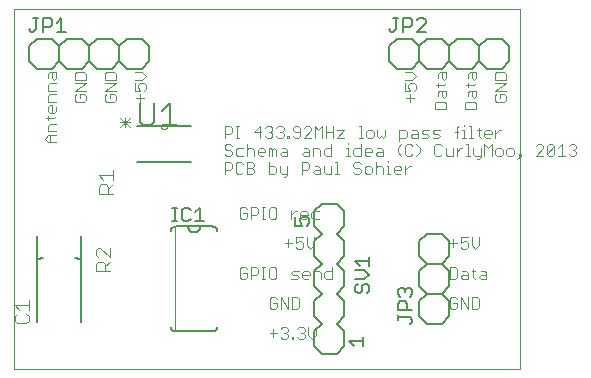
<source format=gto>
G75*
G70*
%OFA0B0*%
%FSLAX24Y24*%
%IPPOS*%
%LPD*%
%AMOC8*
5,1,8,0,0,1.08239X$1,22.5*
%
%ADD10C,0.0000*%
%ADD11C,0.0030*%
%ADD12C,0.0060*%
%ADD13C,0.0020*%
%ADD14C,0.0050*%
%ADD15C,0.0040*%
%ADD16C,0.0080*%
D10*
X000267Y000150D02*
X000267Y012146D01*
X017137Y012146D01*
X017137Y000150D01*
X000267Y000150D01*
X005147Y008260D02*
X005149Y008239D01*
X005154Y008219D01*
X005163Y008200D01*
X005175Y008183D01*
X005190Y008168D01*
X005207Y008156D01*
X005226Y008147D01*
X005246Y008142D01*
X005267Y008140D01*
X005288Y008142D01*
X005308Y008147D01*
X005327Y008156D01*
X005344Y008168D01*
X005359Y008183D01*
X005371Y008200D01*
X005380Y008219D01*
X005385Y008239D01*
X005387Y008260D01*
D11*
X004467Y009060D02*
X004467Y009307D01*
X004467Y009428D02*
X004281Y009428D01*
X004281Y009675D01*
X004281Y009797D02*
X004528Y009797D01*
X004652Y009920D01*
X004528Y010044D01*
X004281Y010044D01*
X004467Y009675D02*
X004590Y009675D01*
X004652Y009614D01*
X004652Y009490D01*
X004590Y009428D01*
X004467Y009428D02*
X004405Y009552D01*
X004405Y009614D01*
X004467Y009675D01*
X004343Y009183D02*
X004590Y009183D01*
X004115Y008527D02*
X003802Y008213D01*
X003958Y008213D02*
X003958Y008527D01*
X003802Y008527D02*
X004115Y008213D01*
X004115Y008370D02*
X003802Y008370D01*
X003590Y009060D02*
X003343Y009060D01*
X003281Y009122D01*
X003281Y009245D01*
X003343Y009307D01*
X003467Y009307D02*
X003467Y009183D01*
X003467Y009307D02*
X003590Y009307D01*
X003652Y009245D01*
X003652Y009122D01*
X003590Y009060D01*
X003652Y009428D02*
X003281Y009428D01*
X003652Y009675D01*
X003281Y009675D01*
X003281Y009797D02*
X003281Y009982D01*
X003343Y010044D01*
X003590Y010044D01*
X003652Y009982D01*
X003652Y009797D01*
X003281Y009797D01*
X002652Y009797D02*
X002652Y009982D01*
X002590Y010044D01*
X002343Y010044D01*
X002281Y009982D01*
X002281Y009797D01*
X002652Y009797D01*
X002652Y009675D02*
X002281Y009675D01*
X002281Y009428D02*
X002652Y009675D01*
X002652Y009428D02*
X002281Y009428D01*
X002343Y009307D02*
X002281Y009245D01*
X002281Y009122D01*
X002343Y009060D01*
X002590Y009060D01*
X002652Y009122D01*
X002652Y009245D01*
X002590Y009307D01*
X002467Y009307D01*
X002467Y009183D01*
X001652Y009060D02*
X001405Y009060D01*
X001405Y009245D01*
X001467Y009307D01*
X001652Y009307D01*
X001652Y009428D02*
X001405Y009428D01*
X001405Y009614D01*
X001467Y009675D01*
X001652Y009675D01*
X001590Y009797D02*
X001528Y009858D01*
X001528Y010044D01*
X001467Y010044D02*
X001652Y010044D01*
X001652Y009858D01*
X001590Y009797D01*
X001405Y009858D02*
X001405Y009982D01*
X001467Y010044D01*
X001467Y008939D02*
X001528Y008939D01*
X001528Y008692D01*
X001467Y008692D02*
X001405Y008753D01*
X001405Y008877D01*
X001467Y008939D01*
X001652Y008877D02*
X001652Y008753D01*
X001590Y008692D01*
X001467Y008692D01*
X001405Y008570D02*
X001405Y008446D01*
X001343Y008508D02*
X001590Y008508D01*
X001652Y008570D01*
X001652Y008325D02*
X001467Y008325D01*
X001405Y008263D01*
X001405Y008078D01*
X001652Y008078D01*
X001652Y007956D02*
X001405Y007956D01*
X001281Y007833D01*
X001405Y007710D01*
X001652Y007710D01*
X001467Y007710D02*
X001467Y007956D01*
X007282Y007988D02*
X007467Y007988D01*
X007529Y008050D01*
X007529Y008174D01*
X007467Y008235D01*
X007282Y008235D01*
X007282Y007865D01*
X007343Y007635D02*
X007282Y007574D01*
X007282Y007512D01*
X007343Y007450D01*
X007467Y007450D01*
X007529Y007388D01*
X007529Y007327D01*
X007467Y007265D01*
X007343Y007265D01*
X007282Y007327D01*
X007282Y007035D02*
X007467Y007035D01*
X007529Y006974D01*
X007529Y006850D01*
X007467Y006788D01*
X007282Y006788D01*
X007282Y006665D02*
X007282Y007035D01*
X007650Y006974D02*
X007650Y006727D01*
X007712Y006665D01*
X007835Y006665D01*
X007897Y006727D01*
X008018Y006665D02*
X008203Y006665D01*
X008265Y006727D01*
X008265Y006788D01*
X008203Y006850D01*
X008018Y006850D01*
X007897Y006974D02*
X007835Y007035D01*
X007712Y007035D01*
X007650Y006974D01*
X007712Y007265D02*
X007650Y007327D01*
X007650Y007450D01*
X007712Y007512D01*
X007897Y007512D01*
X008018Y007450D02*
X008080Y007512D01*
X008203Y007512D01*
X008265Y007450D01*
X008265Y007265D01*
X008387Y007327D02*
X008387Y007450D01*
X008448Y007512D01*
X008572Y007512D01*
X008633Y007450D01*
X008633Y007388D01*
X008387Y007388D01*
X008387Y007327D02*
X008448Y007265D01*
X008572Y007265D01*
X008755Y007265D02*
X008755Y007512D01*
X008817Y007512D01*
X008878Y007450D01*
X008940Y007512D01*
X009002Y007450D01*
X009002Y007265D01*
X008878Y007265D02*
X008878Y007450D01*
X009123Y007327D02*
X009185Y007388D01*
X009370Y007388D01*
X009370Y007450D02*
X009370Y007265D01*
X009185Y007265D01*
X009123Y007327D01*
X009308Y007512D02*
X009370Y007450D01*
X009308Y007512D02*
X009185Y007512D01*
X009186Y007865D02*
X009062Y007865D01*
X009000Y007927D01*
X008879Y007927D02*
X008817Y007865D01*
X008694Y007865D01*
X008632Y007927D01*
X008511Y008050D02*
X008264Y008050D01*
X008449Y008235D01*
X008449Y007865D01*
X008756Y008050D02*
X008817Y008050D01*
X008879Y007988D01*
X008879Y007927D01*
X008817Y008050D02*
X008879Y008112D01*
X008879Y008174D01*
X008817Y008235D01*
X008694Y008235D01*
X008632Y008174D01*
X009000Y008174D02*
X009062Y008235D01*
X009186Y008235D01*
X009247Y008174D01*
X009247Y008112D01*
X009186Y008050D01*
X009247Y007988D01*
X009247Y007927D01*
X009186Y007865D01*
X009369Y007865D02*
X009369Y007927D01*
X009430Y007927D01*
X009430Y007865D01*
X009369Y007865D01*
X009553Y007927D02*
X009615Y007865D01*
X009738Y007865D01*
X009800Y007927D01*
X009800Y008174D01*
X009738Y008235D01*
X009615Y008235D01*
X009553Y008174D01*
X009553Y008112D01*
X009615Y008050D01*
X009800Y008050D01*
X009921Y008174D02*
X009983Y008235D01*
X010106Y008235D01*
X010168Y008174D01*
X010168Y008112D01*
X009921Y007865D01*
X010168Y007865D01*
X010290Y007865D02*
X010290Y008235D01*
X010413Y008112D01*
X010536Y008235D01*
X010536Y007865D01*
X010658Y007865D02*
X010658Y008235D01*
X010658Y008050D02*
X010905Y008050D01*
X011026Y008112D02*
X011273Y008112D01*
X011026Y007865D01*
X011273Y007865D01*
X011395Y007697D02*
X011395Y007635D01*
X011395Y007512D02*
X011395Y007265D01*
X011333Y007265D02*
X011457Y007265D01*
X011579Y007327D02*
X011579Y007450D01*
X011640Y007512D01*
X011826Y007512D01*
X011826Y007635D02*
X011826Y007265D01*
X011640Y007265D01*
X011579Y007327D01*
X011395Y007512D02*
X011333Y007512D01*
X011763Y007865D02*
X011886Y007865D01*
X011825Y007865D02*
X011825Y008235D01*
X011763Y008235D01*
X012008Y008050D02*
X012008Y007927D01*
X012070Y007865D01*
X012194Y007865D01*
X012255Y007927D01*
X012255Y008050D01*
X012194Y008112D01*
X012070Y008112D01*
X012008Y008050D01*
X012377Y008112D02*
X012377Y007927D01*
X012438Y007865D01*
X012500Y007927D01*
X012562Y007865D01*
X012624Y007927D01*
X012624Y008112D01*
X013113Y008112D02*
X013113Y007742D01*
X013113Y007865D02*
X013298Y007865D01*
X013360Y007927D01*
X013360Y008050D01*
X013298Y008112D01*
X013113Y008112D01*
X013482Y007927D02*
X013543Y007865D01*
X013729Y007865D01*
X013729Y008050D01*
X013667Y008112D01*
X013543Y008112D01*
X013543Y007988D02*
X013729Y007988D01*
X013850Y008050D02*
X013912Y008112D01*
X014097Y008112D01*
X014218Y008050D02*
X014280Y007988D01*
X014403Y007988D01*
X014465Y007927D01*
X014403Y007865D01*
X014218Y007865D01*
X014097Y007927D02*
X014035Y007988D01*
X013912Y007988D01*
X013850Y008050D01*
X014035Y007865D02*
X014097Y007927D01*
X014035Y007865D02*
X013850Y007865D01*
X013666Y007635D02*
X013789Y007512D01*
X013789Y007388D01*
X013666Y007265D01*
X013544Y007327D02*
X013483Y007265D01*
X013359Y007265D01*
X013297Y007327D01*
X013297Y007574D01*
X013359Y007635D01*
X013483Y007635D01*
X013544Y007574D01*
X013175Y007635D02*
X013052Y007512D01*
X013052Y007388D01*
X013175Y007265D01*
X012745Y007097D02*
X012745Y007035D01*
X012745Y006912D02*
X012684Y006912D01*
X012745Y006912D02*
X012745Y006665D01*
X012684Y006665D02*
X012807Y006665D01*
X012929Y006727D02*
X012929Y006850D01*
X012991Y006912D01*
X013114Y006912D01*
X013176Y006850D01*
X013176Y006788D01*
X012929Y006788D01*
X012929Y006727D02*
X012991Y006665D01*
X013114Y006665D01*
X013297Y006665D02*
X013297Y006912D01*
X013297Y006788D02*
X013421Y006912D01*
X013483Y006912D01*
X014280Y007327D02*
X014341Y007265D01*
X014465Y007265D01*
X014527Y007327D01*
X014648Y007327D02*
X014710Y007265D01*
X014895Y007265D01*
X014895Y007512D01*
X015016Y007512D02*
X015016Y007265D01*
X015016Y007388D02*
X015140Y007512D01*
X015201Y007512D01*
X015323Y007635D02*
X015385Y007635D01*
X015385Y007265D01*
X015323Y007265D02*
X015447Y007265D01*
X015569Y007327D02*
X015630Y007265D01*
X015816Y007265D01*
X015816Y007203D02*
X015754Y007142D01*
X015692Y007142D01*
X015816Y007203D02*
X015816Y007512D01*
X015937Y007635D02*
X016060Y007512D01*
X016184Y007635D01*
X016184Y007265D01*
X016305Y007327D02*
X016305Y007450D01*
X016367Y007512D01*
X016491Y007512D01*
X016552Y007450D01*
X016552Y007327D01*
X016491Y007265D01*
X016367Y007265D01*
X016305Y007327D01*
X016674Y007327D02*
X016735Y007265D01*
X016859Y007265D01*
X016921Y007327D01*
X016921Y007450D01*
X016859Y007512D01*
X016735Y007512D01*
X016674Y007450D01*
X016674Y007327D01*
X017042Y007142D02*
X017165Y007265D01*
X017104Y007265D01*
X017104Y007327D01*
X017165Y007327D01*
X017165Y007265D01*
X017656Y007265D02*
X017903Y007512D01*
X017903Y007574D01*
X017841Y007635D01*
X017718Y007635D01*
X017656Y007574D01*
X018024Y007574D02*
X018086Y007635D01*
X018209Y007635D01*
X018271Y007574D01*
X018024Y007327D01*
X018086Y007265D01*
X018209Y007265D01*
X018271Y007327D01*
X018271Y007574D01*
X018392Y007512D02*
X018516Y007635D01*
X018516Y007265D01*
X018639Y007265D02*
X018392Y007265D01*
X018024Y007327D02*
X018024Y007574D01*
X018761Y007574D02*
X018823Y007635D01*
X018946Y007635D01*
X019008Y007574D01*
X019008Y007512D01*
X018946Y007450D01*
X019008Y007388D01*
X019008Y007327D01*
X018946Y007265D01*
X018823Y007265D01*
X018761Y007327D01*
X018884Y007450D02*
X018946Y007450D01*
X017903Y007265D02*
X017656Y007265D01*
X016491Y008112D02*
X016429Y008112D01*
X016305Y007988D01*
X016184Y007988D02*
X016184Y008050D01*
X016122Y008112D01*
X015999Y008112D01*
X015937Y008050D01*
X015937Y007927D01*
X015999Y007865D01*
X016122Y007865D01*
X016184Y007988D02*
X015937Y007988D01*
X015815Y007865D02*
X015753Y007927D01*
X015753Y008174D01*
X015692Y008112D02*
X015815Y008112D01*
X015508Y008235D02*
X015508Y007865D01*
X015569Y007865D02*
X015446Y007865D01*
X015324Y007865D02*
X015200Y007865D01*
X015262Y007865D02*
X015262Y008112D01*
X015200Y008112D01*
X015078Y008050D02*
X014955Y008050D01*
X015017Y008174D02*
X015078Y008235D01*
X015017Y008174D02*
X015017Y007865D01*
X014648Y007512D02*
X014648Y007327D01*
X014527Y007574D02*
X014465Y007635D01*
X014341Y007635D01*
X014280Y007574D01*
X014280Y007327D01*
X013543Y007988D02*
X013482Y007927D01*
X014218Y008050D02*
X014280Y008112D01*
X014465Y008112D01*
X015262Y008235D02*
X015262Y008297D01*
X015446Y008235D02*
X015508Y008235D01*
X015937Y007635D02*
X015937Y007265D01*
X015569Y007327D02*
X015569Y007512D01*
X016305Y007865D02*
X016305Y008112D01*
X015652Y008815D02*
X015281Y008815D01*
X015281Y009000D01*
X015343Y009061D01*
X015590Y009061D01*
X015652Y009000D01*
X015652Y008815D01*
X015590Y009183D02*
X015528Y009245D01*
X015528Y009430D01*
X015467Y009430D02*
X015652Y009430D01*
X015652Y009245D01*
X015590Y009183D01*
X015405Y009245D02*
X015405Y009368D01*
X015467Y009430D01*
X015405Y009551D02*
X015405Y009675D01*
X015343Y009613D02*
X015590Y009613D01*
X015652Y009675D01*
X015590Y009797D02*
X015528Y009858D01*
X015528Y010044D01*
X015467Y010044D02*
X015652Y010044D01*
X015652Y009858D01*
X015590Y009797D01*
X015405Y009858D02*
X015405Y009982D01*
X015467Y010044D01*
X014652Y010044D02*
X014652Y009858D01*
X014590Y009797D01*
X014528Y009858D01*
X014528Y010044D01*
X014467Y010044D02*
X014652Y010044D01*
X014467Y010044D02*
X014405Y009982D01*
X014405Y009858D01*
X014405Y009675D02*
X014405Y009551D01*
X014343Y009613D02*
X014590Y009613D01*
X014652Y009675D01*
X014652Y009430D02*
X014467Y009430D01*
X014405Y009368D01*
X014405Y009245D01*
X014528Y009245D02*
X014590Y009183D01*
X014652Y009245D01*
X014652Y009430D01*
X014528Y009430D02*
X014528Y009245D01*
X014590Y009061D02*
X014343Y009061D01*
X014281Y009000D01*
X014281Y008815D01*
X014652Y008815D01*
X014652Y009000D01*
X014590Y009061D01*
X013590Y009183D02*
X013343Y009183D01*
X013467Y009060D02*
X013467Y009307D01*
X013467Y009428D02*
X013281Y009428D01*
X013281Y009675D01*
X013281Y009797D02*
X013528Y009797D01*
X013652Y009920D01*
X013528Y010044D01*
X013281Y010044D01*
X013467Y009675D02*
X013405Y009614D01*
X013405Y009552D01*
X013467Y009428D01*
X013590Y009428D02*
X013652Y009490D01*
X013652Y009614D01*
X013590Y009675D01*
X013467Y009675D01*
X010905Y008235D02*
X010905Y007865D01*
X010843Y007635D02*
X010843Y007265D01*
X010658Y007265D01*
X010596Y007327D01*
X010596Y007450D01*
X010658Y007512D01*
X010843Y007512D01*
X010475Y007450D02*
X010475Y007265D01*
X010475Y007450D02*
X010413Y007512D01*
X010228Y007512D01*
X010228Y007265D01*
X010107Y007265D02*
X009922Y007265D01*
X009860Y007327D01*
X009922Y007388D01*
X010107Y007388D01*
X010107Y007450D02*
X010107Y007265D01*
X010107Y007450D02*
X010045Y007512D01*
X009922Y007512D01*
X009860Y007035D02*
X010045Y007035D01*
X010107Y006974D01*
X010107Y006850D01*
X010045Y006788D01*
X009860Y006788D01*
X009860Y006665D02*
X009860Y007035D01*
X010290Y006912D02*
X010413Y006912D01*
X010475Y006850D01*
X010475Y006665D01*
X010290Y006665D01*
X010228Y006727D01*
X010290Y006788D01*
X010475Y006788D01*
X010596Y006727D02*
X010658Y006665D01*
X010843Y006665D01*
X010843Y006912D01*
X010965Y007035D02*
X011027Y007035D01*
X011027Y006665D01*
X011088Y006665D02*
X010965Y006665D01*
X010596Y006727D02*
X010596Y006912D01*
X011579Y006912D02*
X011640Y006850D01*
X011764Y006850D01*
X011826Y006788D01*
X011826Y006727D01*
X011764Y006665D01*
X011640Y006665D01*
X011579Y006727D01*
X011579Y006912D02*
X011579Y006974D01*
X011640Y007035D01*
X011764Y007035D01*
X011826Y006974D01*
X011947Y006850D02*
X011947Y006727D01*
X012009Y006665D01*
X012132Y006665D01*
X012194Y006727D01*
X012194Y006850D01*
X012132Y006912D01*
X012009Y006912D01*
X011947Y006850D01*
X012315Y006850D02*
X012377Y006912D01*
X012500Y006912D01*
X012562Y006850D01*
X012562Y006665D01*
X012315Y006665D02*
X012315Y007035D01*
X012377Y007265D02*
X012315Y007327D01*
X012377Y007388D01*
X012562Y007388D01*
X012562Y007450D02*
X012562Y007265D01*
X012377Y007265D01*
X012194Y007388D02*
X011947Y007388D01*
X011947Y007327D02*
X011947Y007450D01*
X012009Y007512D01*
X012132Y007512D01*
X012194Y007450D01*
X012194Y007388D01*
X012132Y007265D02*
X012009Y007265D01*
X011947Y007327D01*
X012377Y007512D02*
X012500Y007512D01*
X012562Y007450D01*
X010423Y005412D02*
X010237Y005412D01*
X010176Y005350D01*
X010176Y005227D01*
X010237Y005165D01*
X010423Y005165D01*
X010054Y005288D02*
X010054Y005350D01*
X009993Y005412D01*
X009869Y005412D01*
X009807Y005350D01*
X009807Y005227D01*
X009869Y005165D01*
X009993Y005165D01*
X010054Y005288D02*
X009807Y005288D01*
X009686Y005412D02*
X009624Y005412D01*
X009500Y005288D01*
X009500Y005165D02*
X009500Y005412D01*
X009011Y005474D02*
X009011Y005227D01*
X008949Y005165D01*
X008826Y005165D01*
X008764Y005227D01*
X008764Y005474D01*
X008826Y005535D01*
X008949Y005535D01*
X009011Y005474D01*
X008642Y005535D02*
X008518Y005535D01*
X008580Y005535D02*
X008580Y005165D01*
X008518Y005165D02*
X008642Y005165D01*
X008397Y005350D02*
X008335Y005288D01*
X008150Y005288D01*
X008150Y005165D02*
X008150Y005535D01*
X008335Y005535D01*
X008397Y005474D01*
X008397Y005350D01*
X008029Y005350D02*
X008029Y005227D01*
X007967Y005165D01*
X007843Y005165D01*
X007782Y005227D01*
X007782Y005474D01*
X007843Y005535D01*
X007967Y005535D01*
X008029Y005474D01*
X008029Y005350D02*
X007905Y005350D01*
X009282Y004350D02*
X009529Y004350D01*
X009650Y004350D02*
X009650Y004535D01*
X009897Y004535D01*
X010018Y004535D02*
X010018Y004288D01*
X010142Y004165D01*
X010265Y004288D01*
X010265Y004535D01*
X009897Y004350D02*
X009897Y004227D01*
X009835Y004165D01*
X009712Y004165D01*
X009650Y004227D01*
X009650Y004350D02*
X009773Y004412D01*
X009835Y004412D01*
X009897Y004350D01*
X009405Y004474D02*
X009405Y004227D01*
X008949Y003535D02*
X008826Y003535D01*
X008764Y003474D01*
X008764Y003227D01*
X008826Y003165D01*
X008949Y003165D01*
X009011Y003227D01*
X009011Y003474D01*
X008949Y003535D01*
X008642Y003535D02*
X008518Y003535D01*
X008580Y003535D02*
X008580Y003165D01*
X008518Y003165D02*
X008642Y003165D01*
X008397Y003350D02*
X008335Y003288D01*
X008150Y003288D01*
X008150Y003165D02*
X008150Y003535D01*
X008335Y003535D01*
X008397Y003474D01*
X008397Y003350D01*
X008029Y003350D02*
X008029Y003227D01*
X007967Y003165D01*
X007843Y003165D01*
X007782Y003227D01*
X007782Y003474D01*
X007843Y003535D01*
X007967Y003535D01*
X008029Y003474D01*
X008029Y003350D02*
X007905Y003350D01*
X008782Y002474D02*
X008782Y002227D01*
X008843Y002165D01*
X008967Y002165D01*
X009029Y002227D01*
X009029Y002350D01*
X008905Y002350D01*
X008782Y002474D02*
X008843Y002535D01*
X008967Y002535D01*
X009029Y002474D01*
X009150Y002535D02*
X009397Y002165D01*
X009397Y002535D01*
X009518Y002535D02*
X009703Y002535D01*
X009765Y002474D01*
X009765Y002227D01*
X009703Y002165D01*
X009518Y002165D01*
X009518Y002535D01*
X009150Y002535D02*
X009150Y002165D01*
X009212Y001535D02*
X009335Y001535D01*
X009397Y001474D01*
X009397Y001412D01*
X009335Y001350D01*
X009397Y001288D01*
X009397Y001227D01*
X009335Y001165D01*
X009212Y001165D01*
X009150Y001227D01*
X009029Y001350D02*
X008782Y001350D01*
X008905Y001227D02*
X008905Y001474D01*
X009150Y001474D02*
X009212Y001535D01*
X009273Y001350D02*
X009335Y001350D01*
X009518Y001227D02*
X009580Y001227D01*
X009580Y001165D01*
X009518Y001165D01*
X009518Y001227D01*
X009702Y001227D02*
X009764Y001165D01*
X009888Y001165D01*
X009949Y001227D01*
X009949Y001288D01*
X009888Y001350D01*
X009826Y001350D01*
X009888Y001350D02*
X009949Y001412D01*
X009949Y001474D01*
X009888Y001535D01*
X009764Y001535D01*
X009702Y001474D01*
X010071Y001535D02*
X010071Y001288D01*
X010194Y001165D01*
X010318Y001288D01*
X010318Y001535D01*
X010237Y003165D02*
X010237Y003412D01*
X010422Y003412D01*
X010484Y003350D01*
X010484Y003165D01*
X010605Y003227D02*
X010605Y003350D01*
X010667Y003412D01*
X010852Y003412D01*
X010852Y003535D02*
X010852Y003165D01*
X010667Y003165D01*
X010605Y003227D01*
X010116Y003288D02*
X009869Y003288D01*
X009869Y003227D02*
X009869Y003350D01*
X009930Y003412D01*
X010054Y003412D01*
X010116Y003350D01*
X010116Y003288D01*
X010054Y003165D02*
X009930Y003165D01*
X009869Y003227D01*
X009747Y003227D02*
X009686Y003165D01*
X009500Y003165D01*
X009562Y003288D02*
X009500Y003350D01*
X009562Y003412D01*
X009747Y003412D01*
X009686Y003288D02*
X009562Y003288D01*
X009686Y003288D02*
X009747Y003227D01*
X009308Y006542D02*
X009247Y006542D01*
X009308Y006542D02*
X009370Y006603D01*
X009370Y006912D01*
X009123Y006912D02*
X009123Y006727D01*
X009185Y006665D01*
X009370Y006665D01*
X009002Y006727D02*
X009002Y006850D01*
X008940Y006912D01*
X008755Y006912D01*
X008755Y007035D02*
X008755Y006665D01*
X008940Y006665D01*
X009002Y006727D01*
X008265Y006912D02*
X008203Y006850D01*
X008265Y006912D02*
X008265Y006974D01*
X008203Y007035D01*
X008018Y007035D01*
X008018Y006665D01*
X008018Y007265D02*
X008018Y007635D01*
X007773Y007865D02*
X007650Y007865D01*
X007712Y007865D02*
X007712Y008235D01*
X007773Y008235D02*
X007650Y008235D01*
X007467Y007635D02*
X007343Y007635D01*
X007467Y007635D02*
X007529Y007574D01*
X007712Y007265D02*
X007897Y007265D01*
X009124Y008050D02*
X009186Y008050D01*
X014782Y004350D02*
X015029Y004350D01*
X015150Y004350D02*
X015273Y004412D01*
X015335Y004412D01*
X015397Y004350D01*
X015397Y004227D01*
X015335Y004165D01*
X015212Y004165D01*
X015150Y004227D01*
X015150Y004350D02*
X015150Y004535D01*
X015397Y004535D01*
X015518Y004535D02*
X015518Y004288D01*
X015642Y004165D01*
X015765Y004288D01*
X015765Y004535D01*
X014905Y004474D02*
X014905Y004227D01*
X014967Y003535D02*
X014782Y003535D01*
X014782Y003165D01*
X014967Y003165D01*
X015029Y003227D01*
X015029Y003474D01*
X014967Y003535D01*
X015212Y003412D02*
X015335Y003412D01*
X015397Y003350D01*
X015397Y003165D01*
X015212Y003165D01*
X015150Y003227D01*
X015212Y003288D01*
X015397Y003288D01*
X015518Y003412D02*
X015642Y003412D01*
X015580Y003474D02*
X015580Y003227D01*
X015642Y003165D01*
X015764Y003227D02*
X015826Y003288D01*
X016011Y003288D01*
X016011Y003350D02*
X016011Y003165D01*
X015826Y003165D01*
X015764Y003227D01*
X015826Y003412D02*
X015949Y003412D01*
X016011Y003350D01*
X015703Y002535D02*
X015518Y002535D01*
X015518Y002165D01*
X015703Y002165D01*
X015765Y002227D01*
X015765Y002474D01*
X015703Y002535D01*
X015397Y002535D02*
X015397Y002165D01*
X015150Y002535D01*
X015150Y002165D01*
X015029Y002227D02*
X015029Y002350D01*
X014905Y002350D01*
X014782Y002227D02*
X014843Y002165D01*
X014967Y002165D01*
X015029Y002227D01*
X015029Y002474D02*
X014967Y002535D01*
X014843Y002535D01*
X014782Y002474D01*
X014782Y002227D01*
X016343Y009060D02*
X016590Y009060D01*
X016652Y009122D01*
X016652Y009245D01*
X016590Y009307D01*
X016467Y009307D01*
X016467Y009183D01*
X016343Y009060D02*
X016281Y009122D01*
X016281Y009245D01*
X016343Y009307D01*
X016281Y009428D02*
X016652Y009675D01*
X016281Y009675D01*
X016281Y009797D02*
X016281Y009982D01*
X016343Y010044D01*
X016590Y010044D01*
X016652Y009982D01*
X016652Y009797D01*
X016281Y009797D01*
X016281Y009428D02*
X016652Y009428D01*
D12*
X016517Y010150D02*
X016017Y010150D01*
X015767Y010400D01*
X015517Y010150D01*
X015017Y010150D01*
X014767Y010400D01*
X014517Y010150D01*
X014017Y010150D01*
X013767Y010400D01*
X013517Y010150D01*
X013017Y010150D01*
X012767Y010400D01*
X012767Y010900D01*
X013017Y011150D01*
X013517Y011150D01*
X013767Y010900D01*
X014017Y011150D01*
X014517Y011150D01*
X014767Y010900D01*
X014767Y010400D01*
X014767Y010900D02*
X015017Y011150D01*
X015517Y011150D01*
X015767Y010900D01*
X016017Y011150D01*
X016517Y011150D01*
X016767Y010900D01*
X016767Y010400D01*
X016517Y010150D01*
X015767Y010400D02*
X015767Y010900D01*
X013767Y010900D02*
X013767Y010400D01*
X011017Y005650D02*
X010517Y005650D01*
X010267Y005400D01*
X010267Y004900D01*
X010517Y004650D01*
X010267Y004400D01*
X010267Y003900D01*
X010517Y003650D01*
X010267Y003400D01*
X010267Y002900D01*
X010517Y002650D01*
X010267Y002400D01*
X010267Y001900D01*
X010517Y001650D01*
X010267Y001400D01*
X010267Y000900D01*
X010517Y000650D01*
X011017Y000650D01*
X011267Y000900D01*
X011267Y001400D01*
X011017Y001650D01*
X011267Y001900D01*
X011267Y002400D01*
X011017Y002650D01*
X011267Y002900D01*
X011267Y003400D01*
X011017Y003650D01*
X011267Y003900D01*
X011267Y004400D01*
X011017Y004650D01*
X011267Y004900D01*
X011267Y005400D01*
X011017Y005650D01*
X013767Y004400D02*
X013767Y003900D01*
X014017Y003650D01*
X014517Y003650D01*
X014767Y003900D01*
X014767Y004400D01*
X014517Y004650D01*
X014017Y004650D01*
X013767Y004400D01*
X014017Y003650D02*
X013767Y003400D01*
X013767Y002900D01*
X014017Y002650D01*
X014517Y002650D01*
X014767Y002900D01*
X014767Y003400D01*
X014517Y003650D01*
X014517Y002650D02*
X014767Y002400D01*
X014767Y001900D01*
X014517Y001650D01*
X014017Y001650D01*
X013767Y001900D01*
X013767Y002400D01*
X014017Y002650D01*
X007037Y001550D02*
X007035Y001527D01*
X007030Y001504D01*
X007021Y001482D01*
X007008Y001462D01*
X006993Y001444D01*
X006975Y001429D01*
X006955Y001416D01*
X006933Y001407D01*
X006910Y001402D01*
X006887Y001400D01*
X005647Y001400D01*
X005624Y001402D01*
X005601Y001407D01*
X005579Y001416D01*
X005559Y001429D01*
X005541Y001444D01*
X005526Y001462D01*
X005513Y001482D01*
X005504Y001504D01*
X005499Y001527D01*
X005497Y001550D01*
X005497Y004750D02*
X005499Y004773D01*
X005504Y004796D01*
X005513Y004818D01*
X005526Y004838D01*
X005541Y004856D01*
X005559Y004871D01*
X005579Y004884D01*
X005601Y004893D01*
X005624Y004898D01*
X005647Y004900D01*
X006067Y004900D01*
X006467Y004900D01*
X006887Y004900D01*
X006910Y004898D01*
X006933Y004893D01*
X006955Y004884D01*
X006975Y004871D01*
X006993Y004856D01*
X007008Y004838D01*
X007021Y004818D01*
X007030Y004796D01*
X007035Y004773D01*
X007037Y004750D01*
X006467Y004900D02*
X006465Y004873D01*
X006460Y004846D01*
X006450Y004820D01*
X006438Y004796D01*
X006422Y004774D01*
X006404Y004754D01*
X006382Y004737D01*
X006359Y004722D01*
X006334Y004712D01*
X006308Y004704D01*
X006281Y004700D01*
X006253Y004700D01*
X006226Y004704D01*
X006200Y004712D01*
X006175Y004722D01*
X006152Y004737D01*
X006130Y004754D01*
X006112Y004774D01*
X006096Y004796D01*
X006084Y004820D01*
X006074Y004846D01*
X006069Y004873D01*
X006067Y004900D01*
X006157Y007040D02*
X004377Y007040D01*
X004377Y008260D02*
X005147Y008260D01*
X005387Y008260D01*
X006157Y008260D01*
X004517Y010150D02*
X004017Y010150D01*
X003767Y010400D01*
X003517Y010150D01*
X003017Y010150D01*
X002767Y010400D01*
X002517Y010150D01*
X002017Y010150D01*
X001767Y010400D01*
X001517Y010150D01*
X001017Y010150D01*
X000767Y010400D01*
X000767Y010900D01*
X001017Y011150D01*
X001517Y011150D01*
X001767Y010900D01*
X002017Y011150D01*
X002517Y011150D01*
X002767Y010900D01*
X002767Y010400D01*
X002767Y010900D02*
X003017Y011150D01*
X003517Y011150D01*
X003767Y010900D01*
X004017Y011150D01*
X004517Y011150D01*
X004767Y010900D01*
X004767Y010400D01*
X004517Y010150D01*
X003767Y010400D02*
X003767Y010900D01*
X001767Y010900D02*
X001767Y010400D01*
D13*
X005637Y004900D02*
X005637Y001400D01*
D14*
X009641Y004925D02*
X009866Y004925D01*
X009791Y005075D01*
X009791Y005150D01*
X009866Y005225D01*
X010017Y005225D01*
X010092Y005150D01*
X010092Y005000D01*
X010017Y004925D01*
X009641Y004925D02*
X009641Y005225D01*
X011641Y003746D02*
X012092Y003746D01*
X012092Y003596D02*
X012092Y003896D01*
X011791Y003596D02*
X011641Y003746D01*
X011641Y003436D02*
X011942Y003436D01*
X012092Y003286D01*
X011942Y003135D01*
X011641Y003135D01*
X011716Y002975D02*
X011641Y002900D01*
X011641Y002750D01*
X011716Y002675D01*
X011791Y002675D01*
X011866Y002750D01*
X011866Y002900D01*
X011942Y002975D01*
X012017Y002975D01*
X012092Y002900D01*
X012092Y002750D01*
X012017Y002675D01*
X013071Y002641D02*
X013146Y002566D01*
X013071Y002641D02*
X013071Y002791D01*
X013146Y002866D01*
X013221Y002866D01*
X013296Y002791D01*
X013372Y002866D01*
X013447Y002866D01*
X013522Y002791D01*
X013522Y002641D01*
X013447Y002566D01*
X013296Y002406D02*
X013372Y002331D01*
X013372Y002105D01*
X013522Y002105D02*
X013071Y002105D01*
X013071Y002331D01*
X013146Y002406D01*
X013296Y002406D01*
X013296Y002716D02*
X013296Y002791D01*
X013071Y001945D02*
X013071Y001795D01*
X013071Y001870D02*
X013447Y001870D01*
X013522Y001795D01*
X013522Y001720D01*
X013447Y001645D01*
X011892Y001225D02*
X011892Y000925D01*
X011892Y001075D02*
X011441Y001075D01*
X011591Y000925D01*
X006609Y005075D02*
X006309Y005075D01*
X006459Y005075D02*
X006459Y005525D01*
X006309Y005375D01*
X006149Y005450D02*
X006074Y005525D01*
X005924Y005525D01*
X005849Y005450D01*
X005849Y005150D01*
X005924Y005075D01*
X006074Y005075D01*
X006149Y005150D01*
X005692Y005075D02*
X005542Y005075D01*
X005617Y005075D02*
X005617Y005525D01*
X005542Y005525D02*
X005692Y005525D01*
X001983Y011395D02*
X001682Y011395D01*
X001833Y011395D02*
X001833Y011845D01*
X001682Y011695D01*
X001522Y011620D02*
X001447Y011545D01*
X001222Y011545D01*
X001222Y011395D02*
X001222Y011845D01*
X001447Y011845D01*
X001522Y011770D01*
X001522Y011620D01*
X001062Y011845D02*
X000912Y011845D01*
X000987Y011845D02*
X000987Y011470D01*
X000912Y011395D01*
X000837Y011395D01*
X000762Y011470D01*
X012762Y011470D02*
X012837Y011395D01*
X012912Y011395D01*
X012987Y011470D01*
X012987Y011845D01*
X012912Y011845D02*
X013062Y011845D01*
X013222Y011845D02*
X013447Y011845D01*
X013522Y011770D01*
X013522Y011620D01*
X013447Y011545D01*
X013222Y011545D01*
X013222Y011395D02*
X013222Y011845D01*
X013682Y011770D02*
X013758Y011845D01*
X013908Y011845D01*
X013983Y011770D01*
X013983Y011695D01*
X013682Y011395D01*
X013983Y011395D01*
D15*
X003547Y006767D02*
X003547Y006460D01*
X003547Y006613D02*
X003086Y006613D01*
X003240Y006460D01*
X003316Y006306D02*
X003163Y006306D01*
X003086Y006229D01*
X003086Y005999D01*
X003547Y005999D01*
X003393Y005999D02*
X003393Y006229D01*
X003316Y006306D01*
X003393Y006153D02*
X003547Y006306D01*
X003447Y004187D02*
X003447Y003880D01*
X003140Y004187D01*
X003063Y004187D01*
X002986Y004111D01*
X002986Y003957D01*
X003063Y003880D01*
X003063Y003727D02*
X003216Y003727D01*
X003293Y003650D01*
X003293Y003420D01*
X003447Y003420D02*
X002986Y003420D01*
X002986Y003650D01*
X003063Y003727D01*
X003293Y003573D02*
X003447Y003727D01*
X000747Y002437D02*
X000747Y002130D01*
X000747Y002284D02*
X000286Y002284D01*
X000440Y002130D01*
X000363Y001977D02*
X000286Y001900D01*
X000286Y001747D01*
X000363Y001670D01*
X000670Y001670D01*
X000747Y001747D01*
X000747Y001900D01*
X000670Y001977D01*
D16*
X001038Y001713D02*
X001038Y004587D01*
X001235Y003859D02*
X001078Y003819D01*
X002298Y003859D02*
X002456Y003819D01*
X002495Y004587D02*
X002495Y001713D01*
X004570Y008270D02*
X004817Y008270D01*
X004940Y008393D01*
X004940Y009011D01*
X005202Y008764D02*
X005449Y009011D01*
X005449Y008270D01*
X005695Y008270D02*
X005202Y008270D01*
X004570Y008270D02*
X004447Y008393D01*
X004447Y009011D01*
M02*

</source>
